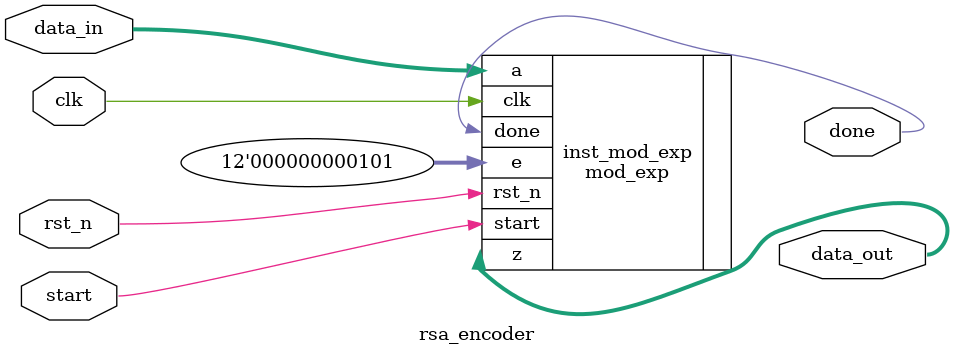
<source format=v>
`timescale 1ns / 1ps

module rsa_encoder (
        input clk,
        input rst_n,
        input start,
        input [n_bit-1:0] data_in,
        output [n_bit-1:0] data_out,
        output done
    );

    parameter n = 12'd3551;
    parameter n_bit = 12;
    parameter logr = 3;
    parameter p =  3'd1;
    parameter Rmodn = 12'd545;
    parameter R2modn = 12'd2292;
    parameter e = 12'd5;

    mod_exp #(
                .n     (n),
                .n_bit (n_bit),
                .logr  (logr),
                .p     (p),
                .Rmodn (Rmodn),
                .R2modn(R2modn)
            ) inst_mod_exp (
                .a    (data_in),
                .e    (e),
                .clk  (clk),
                .rst_n(rst_n),
                .start(start),
                .z    (data_out),
                .done (done)
            );
endmodule

</source>
